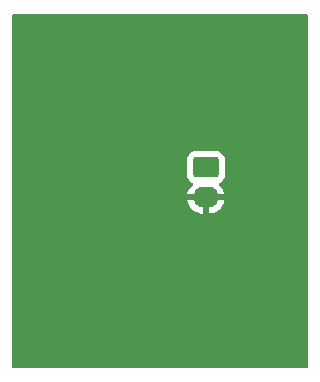
<source format=gbr>
%TF.GenerationSoftware,KiCad,Pcbnew,7.0.7*%
%TF.CreationDate,2023-08-29T08:21:05+05:30*%
%TF.ProjectId,LED Project,4c454420-5072-46f6-9a65-63742e6b6963,rev?*%
%TF.SameCoordinates,Original*%
%TF.FileFunction,Copper,L2,Bot*%
%TF.FilePolarity,Positive*%
%FSLAX46Y46*%
G04 Gerber Fmt 4.6, Leading zero omitted, Abs format (unit mm)*
G04 Created by KiCad (PCBNEW 7.0.7) date 2023-08-29 08:21:05*
%MOMM*%
%LPD*%
G01*
G04 APERTURE LIST*
G04 Aperture macros list*
%AMRoundRect*
0 Rectangle with rounded corners*
0 $1 Rounding radius*
0 $2 $3 $4 $5 $6 $7 $8 $9 X,Y pos of 4 corners*
0 Add a 4 corners polygon primitive as box body*
4,1,4,$2,$3,$4,$5,$6,$7,$8,$9,$2,$3,0*
0 Add four circle primitives for the rounded corners*
1,1,$1+$1,$2,$3*
1,1,$1+$1,$4,$5*
1,1,$1+$1,$6,$7*
1,1,$1+$1,$8,$9*
0 Add four rect primitives between the rounded corners*
20,1,$1+$1,$2,$3,$4,$5,0*
20,1,$1+$1,$4,$5,$6,$7,0*
20,1,$1+$1,$6,$7,$8,$9,0*
20,1,$1+$1,$8,$9,$2,$3,0*%
G04 Aperture macros list end*
%TA.AperFunction,ComponentPad*%
%ADD10RoundRect,0.250000X-0.845000X0.620000X-0.845000X-0.620000X0.845000X-0.620000X0.845000X0.620000X0*%
%TD*%
%TA.AperFunction,ComponentPad*%
%ADD11O,2.190000X1.740000*%
%TD*%
%TA.AperFunction,ViaPad*%
%ADD12C,0.800000*%
%TD*%
G04 APERTURE END LIST*
D10*
%TO.P,J2,1,Pin_1*%
%TO.N,+3.3V*%
X146387500Y-103000000D03*
D11*
%TO.P,J2,2,Pin_2*%
%TO.N,GND*%
X146387500Y-105540000D03*
%TD*%
D12*
%TO.N,GND*%
X142000000Y-111800000D03*
%TD*%
%TA.AperFunction,Conductor*%
%TO.N,GND*%
G36*
X154942539Y-90020185D02*
G01*
X154988294Y-90072989D01*
X154999500Y-90124500D01*
X154999500Y-119875500D01*
X154979815Y-119942539D01*
X154927011Y-119988294D01*
X154875500Y-119999500D01*
X130124500Y-119999500D01*
X130057461Y-119979815D01*
X130011706Y-119927011D01*
X130000500Y-119875500D01*
X130000500Y-103670001D01*
X144792000Y-103670001D01*
X144792001Y-103670018D01*
X144802500Y-103772796D01*
X144802501Y-103772799D01*
X144857685Y-103939331D01*
X144857686Y-103939334D01*
X144949788Y-104088656D01*
X145073844Y-104212712D01*
X145223166Y-104304814D01*
X145223169Y-104304815D01*
X145225919Y-104306097D01*
X145227491Y-104307481D01*
X145229313Y-104308605D01*
X145229121Y-104308916D01*
X145278361Y-104352267D01*
X145297516Y-104419460D01*
X145277303Y-104486342D01*
X145259321Y-104508004D01*
X145130360Y-104631603D01*
X145130359Y-104631604D01*
X144991689Y-104819097D01*
X144886696Y-105027338D01*
X144818406Y-105250329D01*
X144813326Y-105289999D01*
X144813327Y-105290000D01*
X145678884Y-105290000D01*
X145745923Y-105309685D01*
X145791678Y-105362489D01*
X145801823Y-105430185D01*
X145787366Y-105539998D01*
X145787366Y-105540001D01*
X145801823Y-105649815D01*
X145791057Y-105718850D01*
X145744677Y-105771106D01*
X145678884Y-105790000D01*
X144814924Y-105790000D01*
X144847816Y-105942619D01*
X144847816Y-105942620D01*
X144934767Y-106159005D01*
X145057041Y-106357592D01*
X145211117Y-106532656D01*
X145211121Y-106532660D01*
X145392554Y-106679157D01*
X145392560Y-106679161D01*
X145596153Y-106792895D01*
X145816038Y-106870585D01*
X145816046Y-106870587D01*
X146045887Y-106909999D01*
X146045896Y-106910000D01*
X146137500Y-106910000D01*
X146137500Y-106248615D01*
X146157185Y-106181576D01*
X146209989Y-106135821D01*
X146277683Y-106125676D01*
X146348503Y-106135000D01*
X146348510Y-106135000D01*
X146426490Y-106135000D01*
X146426497Y-106135000D01*
X146497316Y-106125676D01*
X146566349Y-106136441D01*
X146618605Y-106182820D01*
X146637500Y-106248615D01*
X146637500Y-106910000D01*
X146670701Y-106910000D01*
X146844863Y-106895177D01*
X147070551Y-106836412D01*
X147283052Y-106740356D01*
X147283060Y-106740351D01*
X147476271Y-106609764D01*
X147644639Y-106448396D01*
X147644640Y-106448395D01*
X147783310Y-106260902D01*
X147888303Y-106052661D01*
X147956593Y-105829670D01*
X147961673Y-105790000D01*
X147096116Y-105790000D01*
X147029077Y-105770315D01*
X146983322Y-105717511D01*
X146973177Y-105649815D01*
X146987634Y-105540001D01*
X146987634Y-105539998D01*
X146973177Y-105430185D01*
X146983943Y-105361150D01*
X147030323Y-105308894D01*
X147096116Y-105290000D01*
X147960076Y-105290000D01*
X147960075Y-105289999D01*
X147927183Y-105137380D01*
X147927183Y-105137379D01*
X147840232Y-104920994D01*
X147717958Y-104722407D01*
X147563883Y-104547344D01*
X147523702Y-104514900D01*
X147483910Y-104457469D01*
X147481484Y-104387642D01*
X147517194Y-104327587D01*
X147549214Y-104306034D01*
X147551821Y-104304818D01*
X147551834Y-104304814D01*
X147701156Y-104212712D01*
X147825212Y-104088656D01*
X147917314Y-103939334D01*
X147972499Y-103772797D01*
X147983000Y-103670009D01*
X147982999Y-102329992D01*
X147972499Y-102227203D01*
X147917314Y-102060666D01*
X147825212Y-101911344D01*
X147701156Y-101787288D01*
X147551834Y-101695186D01*
X147385297Y-101640001D01*
X147385295Y-101640000D01*
X147282510Y-101629500D01*
X145492498Y-101629500D01*
X145492481Y-101629501D01*
X145389703Y-101640000D01*
X145389700Y-101640001D01*
X145223168Y-101695185D01*
X145223163Y-101695187D01*
X145073842Y-101787289D01*
X144949789Y-101911342D01*
X144857687Y-102060663D01*
X144857685Y-102060666D01*
X144857686Y-102060666D01*
X144802501Y-102227203D01*
X144802501Y-102227204D01*
X144802500Y-102227204D01*
X144792000Y-102329983D01*
X144792000Y-103670001D01*
X130000500Y-103670001D01*
X130000500Y-90124500D01*
X130020185Y-90057461D01*
X130072989Y-90011706D01*
X130124500Y-90000500D01*
X154875500Y-90000500D01*
X154942539Y-90020185D01*
G37*
%TD.AperFunction*%
%TD*%
M02*

</source>
